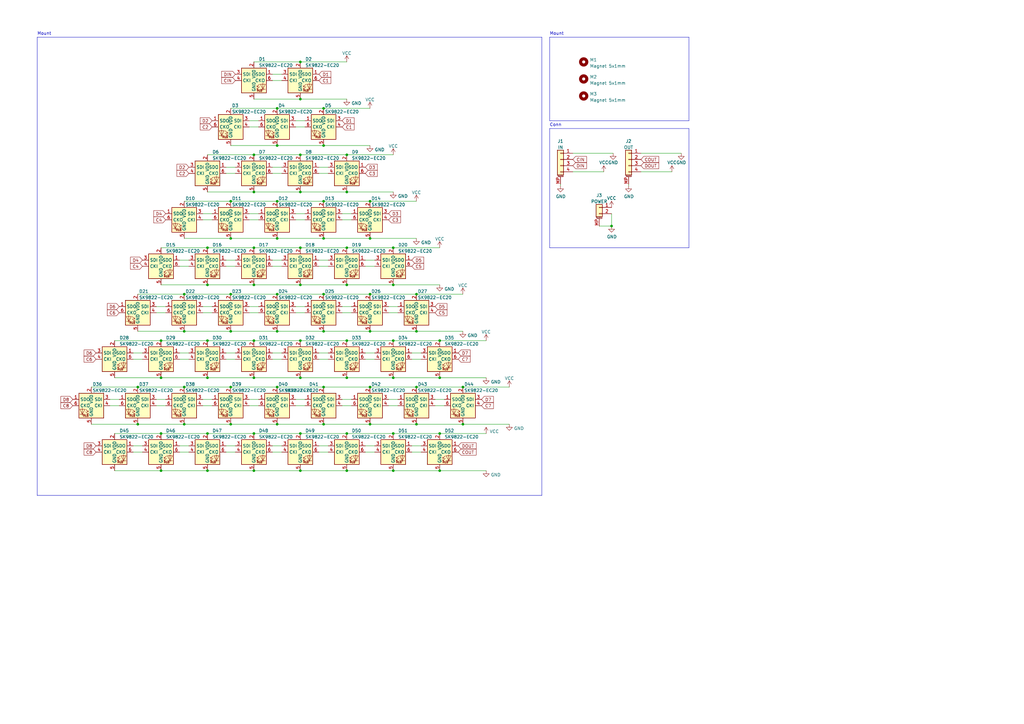
<source format=kicad_sch>
(kicad_sch (version 20211123) (generator eeschema)
  (paper "A3")
  (junction (at 104.14 78.74))
  (junction (at 113.665 158.75))
  (junction (at 94.615 97.79))
  (junction (at 132.715 44.45))
  (junction (at 85.09 177.8))
  (junction (at 142.24 139.7))
  (junction (at 94.615 82.55))
  (junction (at 75.565 135.89))
  (junction (at 151.765 158.75))
  (junction (at 104.14 101.6))
  (junction (at 132.715 173.99))
  (junction (at 132.715 82.55))
  (junction (at 132.715 97.79))
  (junction (at 170.815 135.89))
  (junction (at 94.615 120.65))
  (junction (at 161.29 177.8))
  (junction (at 66.04 193.04))
  (junction (at 123.19 193.04))
  (junction (at 132.715 158.75))
  (junction (at 142.24 101.6))
  (junction (at 104.14 63.5))
  (junction (at 104.14 193.04))
  (junction (at 123.19 116.84))
  (junction (at 113.665 120.65))
  (junction (at 104.14 116.84))
  (junction (at 142.24 63.5))
  (junction (at 132.715 59.69))
  (junction (at 151.765 82.55))
  (junction (at 250.825 92.71))
  (junction (at 161.29 116.84))
  (junction (at 66.04 177.8))
  (junction (at 113.665 44.45))
  (junction (at 85.09 154.94))
  (junction (at 85.09 193.04))
  (junction (at 56.515 173.99))
  (junction (at 85.09 139.7))
  (junction (at 113.665 82.55))
  (junction (at 132.715 120.65))
  (junction (at 151.765 97.79))
  (junction (at 104.14 177.8))
  (junction (at 180.34 139.7))
  (junction (at 161.29 101.6))
  (junction (at 94.615 173.99))
  (junction (at 104.14 139.7))
  (junction (at 132.715 135.89))
  (junction (at 142.24 116.84))
  (junction (at 85.09 101.6))
  (junction (at 113.665 97.79))
  (junction (at 94.615 158.75))
  (junction (at 66.04 154.94))
  (junction (at 142.24 193.04))
  (junction (at 113.665 173.99))
  (junction (at 113.665 59.69))
  (junction (at 123.19 40.64))
  (junction (at 94.615 135.89))
  (junction (at 151.765 135.89))
  (junction (at 189.865 173.99))
  (junction (at 123.19 139.7))
  (junction (at 142.24 154.94))
  (junction (at 170.815 173.99))
  (junction (at 161.29 193.04))
  (junction (at 66.04 139.7))
  (junction (at 180.34 177.8))
  (junction (at 123.19 78.74))
  (junction (at 151.765 173.99))
  (junction (at 75.565 158.75))
  (junction (at 170.815 158.75))
  (junction (at 85.09 116.84))
  (junction (at 56.515 158.75))
  (junction (at 142.24 177.8))
  (junction (at 123.19 177.8))
  (junction (at 170.815 120.65))
  (junction (at 75.565 173.99))
  (junction (at 151.765 120.65))
  (junction (at 123.19 25.4))
  (junction (at 123.19 154.94))
  (junction (at 161.29 154.94))
  (junction (at 104.14 154.94))
  (junction (at 142.24 78.74))
  (junction (at 189.865 158.75))
  (junction (at 113.665 135.89))
  (junction (at 123.19 101.6))
  (junction (at 161.29 139.7))
  (junction (at 75.565 120.65))
  (junction (at 180.34 154.94))
  (junction (at 123.19 63.5))
  (junction (at 180.34 193.04))
  (wire (pts (xy 111.76 106.68) (xy 115.57 106.68)))
  (wire (pts (xy 161.29 101.6) (xy 180.34 101.6)))
  (wire (pts (xy 104.14 177.8) (xy 123.19 177.8)))
  (wire (pts (xy 132.715 135.89) (xy 151.765 135.89)))
  (wire (pts (xy 159.385 166.37) (xy 163.195 166.37)))
  (wire (pts (xy 66.04 139.7) (xy 85.09 139.7)))
  (wire (pts (xy 113.665 82.55) (xy 132.715 82.55)))
  (wire (pts (xy 151.765 97.79) (xy 170.7906 97.79)))
  (wire (pts (xy 66.04 177.8) (xy 85.09 177.8)))
  (wire (pts (xy 46.99 139.7) (xy 66.04 139.7)))
  (wire (pts (xy 83.185 166.37) (xy 86.995 166.37)))
  (wire (pts (xy 189.865 173.99) (xy 208.8906 173.99)))
  (wire (pts (xy 92.71 182.88) (xy 96.52 182.88)))
  (wire (pts (xy 94.615 135.89) (xy 113.665 135.89)))
  (wire (pts (xy 111.76 144.78) (xy 115.57 144.78)))
  (wire (pts (xy 121.285 166.37) (xy 125.095 166.37)))
  (wire (pts (xy 121.285 87.63) (xy 125.095 87.63)))
  (wire (pts (xy 130.81 144.78) (xy 134.62 144.78)))
  (wire (pts (xy 132.715 97.79) (xy 151.765 97.79)))
  (wire (pts (xy 54.61 182.88) (xy 58.42 182.88)))
  (wire (pts (xy 149.86 109.22) (xy 153.67 109.22)))
  (wire (pts (xy 56.515 120.65) (xy 75.565 120.65)))
  (wire (pts (xy 132.715 158.75) (xy 151.765 158.75)))
  (wire (pts (xy 168.91 147.32) (xy 172.72 147.32)))
  (wire (pts (xy 113.665 120.65) (xy 132.715 120.65)))
  (wire (pts (xy 73.66 144.78) (xy 77.47 144.78)))
  (wire (pts (xy 151.765 82.55) (xy 170.7906 82.55)))
  (wire (pts (xy 178.435 166.37) (xy 182.245 166.37)))
  (wire (pts (xy 151.765 135.89) (xy 170.815 135.89)))
  (wire (pts (xy 180.34 177.8) (xy 199.39 177.8)))
  (wire (pts (xy 142.24 101.6) (xy 161.29 101.6)))
  (wire (pts (xy 75.565 158.75) (xy 94.615 158.75)))
  (wire (pts (xy 75.565 173.99) (xy 94.615 173.99)))
  (wire (pts (xy 85.09 154.94) (xy 104.14 154.94)))
  (wire (pts (xy 73.66 147.32) (xy 77.47 147.32)))
  (wire (pts (xy 140.335 128.27) (xy 144.145 128.27)))
  (wire (pts (xy 85.09 193.04) (xy 104.14 193.04)))
  (wire (pts (xy 92.71 71.12) (xy 96.52 71.12)))
  (wire (pts (xy 45.085 166.37) (xy 48.895 166.37)))
  (wire (pts (xy 104.14 40.64) (xy 123.19 40.64)))
  (wire (pts (xy 229.87 75.565) (xy 229.87 76.2)))
  (wire (pts (xy 83.185 163.83) (xy 86.995 163.83)))
  (wire (pts (xy 151.765 173.99) (xy 170.815 173.99)))
  (wire (pts (xy 113.665 158.75) (xy 132.715 158.75)))
  (wire (pts (xy 73.66 182.88) (xy 77.47 182.88)))
  (wire (pts (xy 54.61 144.78) (xy 58.42 144.78)))
  (wire (pts (xy 132.715 120.65) (xy 151.765 120.65)))
  (wire (pts (xy 54.61 147.32) (xy 58.42 147.32)))
  (polyline (pts (xy 225.425 101.6) (xy 282.575 101.6)) (stroke (width 0) (type solid)))
  (wire (pts (xy 149.86 144.78) (xy 153.67 144.78)))
  (wire (pts (xy 111.76 147.32) (xy 115.57 147.32)))
  (wire (pts (xy 85.09 139.7) (xy 104.14 139.7)))
  (wire (pts (xy 94.615 158.75) (xy 113.665 158.75)))
  (wire (pts (xy 123.19 116.84) (xy 142.24 116.84)))
  (wire (pts (xy 73.66 185.42) (xy 77.47 185.42)))
  (wire (pts (xy 130.81 106.68) (xy 134.62 106.68)))
  (polyline (pts (xy 282.575 49.53) (xy 282.575 15.24)) (stroke (width 0) (type solid)))
  (wire (pts (xy 245.745 92.71) (xy 250.825 92.71)))
  (wire (pts (xy 170.815 120.65) (xy 189.8406 120.65)))
  (wire (pts (xy 92.71 109.22) (xy 96.52 109.22)))
  (wire (pts (xy 149.86 147.32) (xy 153.67 147.32)))
  (wire (pts (xy 123.19 78.74) (xy 142.24 78.74)))
  (wire (pts (xy 123.19 40.64) (xy 142.24 40.64)))
  (wire (pts (xy 111.76 33.02) (xy 115.57 33.02)))
  (wire (pts (xy 149.86 182.88) (xy 153.67 182.88)))
  (wire (pts (xy 142.24 116.84) (xy 161.29 116.84)))
  (wire (pts (xy 102.235 49.53) (xy 106.045 49.53)))
  (wire (pts (xy 142.24 63.5) (xy 161.29 63.5)))
  (wire (pts (xy 102.235 90.17) (xy 106.045 90.17)))
  (wire (pts (xy 83.185 90.17) (xy 86.995 90.17)))
  (wire (pts (xy 104.14 154.94) (xy 123.19 154.94)))
  (wire (pts (xy 92.71 185.42) (xy 96.52 185.42)))
  (wire (pts (xy 121.285 49.53) (xy 125.095 49.53)))
  (wire (pts (xy 113.665 97.79) (xy 132.715 97.79)))
  (wire (pts (xy 170.815 135.89) (xy 189.8406 135.89)))
  (wire (pts (xy 94.615 59.69) (xy 113.665 59.69)))
  (wire (pts (xy 130.81 68.58) (xy 134.62 68.58)))
  (wire (pts (xy 140.335 163.83) (xy 144.145 163.83)))
  (polyline (pts (xy 225.425 52.705) (xy 282.575 52.705)) (stroke (width 0) (type solid)))
  (polyline (pts (xy 225.425 52.705) (xy 225.425 101.6)) (stroke (width 0) (type solid)))
  (wire (pts (xy 111.76 71.12) (xy 115.57 71.12)))
  (wire (pts (xy 247.65 70.485) (xy 234.95 70.485)))
  (wire (pts (xy 142.24 78.74) (xy 161.29 78.74)))
  (wire (pts (xy 140.335 90.17) (xy 144.145 90.17)))
  (wire (pts (xy 111.76 68.58) (xy 115.57 68.58)))
  (wire (pts (xy 94.615 173.99) (xy 113.665 173.99)))
  (wire (pts (xy 121.285 128.27) (xy 125.095 128.27)))
  (wire (pts (xy 180.34 193.04) (xy 199.39 193.04)))
  (wire (pts (xy 66.04 101.6) (xy 85.09 101.6)))
  (wire (pts (xy 149.86 106.68) (xy 153.67 106.68)))
  (wire (pts (xy 94.615 97.79) (xy 113.665 97.79)))
  (wire (pts (xy 73.66 109.22) (xy 77.47 109.22)))
  (wire (pts (xy 104.14 63.5) (xy 123.19 63.5)))
  (wire (pts (xy 140.335 125.73) (xy 144.145 125.73)))
  (wire (pts (xy 37.465 158.75) (xy 56.515 158.75)))
  (wire (pts (xy 113.665 44.45) (xy 132.715 44.45)))
  (wire (pts (xy 142.24 177.8) (xy 161.29 177.8)))
  (wire (pts (xy 56.515 173.99) (xy 75.565 173.99)))
  (wire (pts (xy 132.715 59.69) (xy 151.7406 59.69)))
  (wire (pts (xy 130.81 109.22) (xy 134.62 109.22)))
  (wire (pts (xy 54.61 185.42) (xy 58.42 185.42)))
  (wire (pts (xy 46.99 177.8) (xy 66.04 177.8)))
  (wire (pts (xy 123.19 154.94) (xy 142.24 154.94)))
  (wire (pts (xy 234.95 62.865) (xy 251.46 62.865)))
  (wire (pts (xy 85.09 116.84) (xy 104.14 116.84)))
  (wire (pts (xy 130.81 147.32) (xy 134.62 147.32)))
  (wire (pts (xy 94.615 82.55) (xy 113.665 82.55)))
  (wire (pts (xy 161.29 193.04) (xy 180.34 193.04)))
  (polyline (pts (xy 222.25 203.2) (xy 222.25 15.24)) (stroke (width 0) (type solid)))
  (wire (pts (xy 142.24 193.04) (xy 161.29 193.04)))
  (polyline (pts (xy 225.425 49.53) (xy 282.575 49.53)) (stroke (width 0) (type solid)))
  (wire (pts (xy 151.765 120.65) (xy 170.815 120.65)))
  (wire (pts (xy 121.285 163.83) (xy 125.095 163.83)))
  (polyline (pts (xy 15.24 15.24) (xy 15.24 203.2)) (stroke (width 0) (type solid)))
  (wire (pts (xy 102.235 163.83) (xy 106.045 163.83)))
  (wire (pts (xy 37.465 173.99) (xy 56.515 173.99)))
  (wire (pts (xy 168.91 182.88) (xy 172.72 182.88)))
  (polyline (pts (xy 225.425 15.24) (xy 225.425 49.53)) (stroke (width 0) (type solid)))
  (wire (pts (xy 83.185 87.63) (xy 86.995 87.63)))
  (wire (pts (xy 85.09 63.5) (xy 104.14 63.5)))
  (wire (pts (xy 161.29 139.7) (xy 180.34 139.7)))
  (wire (pts (xy 159.385 125.73) (xy 163.195 125.73)))
  (wire (pts (xy 45.085 163.83) (xy 48.895 163.83)))
  (wire (pts (xy 161.29 154.94) (xy 180.34 154.94)))
  (wire (pts (xy 113.665 59.69) (xy 132.715 59.69)))
  (wire (pts (xy 178.435 163.83) (xy 182.245 163.83)))
  (wire (pts (xy 257.81 75.565) (xy 257.81 76.2)))
  (wire (pts (xy 64.135 125.73) (xy 67.945 125.73)))
  (wire (pts (xy 123.19 139.7) (xy 142.24 139.7)))
  (wire (pts (xy 168.91 144.78) (xy 172.72 144.78)))
  (wire (pts (xy 56.515 135.89) (xy 75.565 135.89)))
  (wire (pts (xy 111.76 185.42) (xy 115.57 185.42)))
  (polyline (pts (xy 15.24 203.2) (xy 222.25 203.2)) (stroke (width 0) (type solid)))
  (wire (pts (xy 170.815 158.75) (xy 189.865 158.75)))
  (wire (pts (xy 83.185 128.27) (xy 86.995 128.27)))
  (wire (pts (xy 161.29 177.8) (xy 180.34 177.8)))
  (wire (pts (xy 180.34 154.94) (xy 199.39 154.94)))
  (wire (pts (xy 92.71 68.58) (xy 96.52 68.58)))
  (wire (pts (xy 102.235 87.63) (xy 106.045 87.63)))
  (wire (pts (xy 111.76 30.48) (xy 115.57 30.48)))
  (wire (pts (xy 64.135 163.83) (xy 67.945 163.83)))
  (wire (pts (xy 121.285 125.73) (xy 125.095 125.73)))
  (wire (pts (xy 189.865 158.75) (xy 208.915 158.75)))
  (wire (pts (xy 92.71 106.68) (xy 96.52 106.68)))
  (wire (pts (xy 104.14 139.7) (xy 123.19 139.7)))
  (wire (pts (xy 142.24 154.94) (xy 161.29 154.94)))
  (wire (pts (xy 161.29 116.84) (xy 180.34 116.84)))
  (polyline (pts (xy 282.575 101.6) (xy 282.575 52.705)) (stroke (width 0) (type solid)))
  (wire (pts (xy 168.91 185.42) (xy 172.72 185.42)))
  (wire (pts (xy 92.71 144.78) (xy 96.52 144.78)))
  (wire (pts (xy 85.09 101.6) (xy 104.14 101.6)))
  (wire (pts (xy 123.19 25.4) (xy 142.24 25.4)))
  (wire (pts (xy 104.14 25.4) (xy 123.19 25.4)))
  (wire (pts (xy 56.515 158.75) (xy 75.565 158.75)))
  (wire (pts (xy 104.14 193.04) (xy 123.19 193.04)))
  (wire (pts (xy 85.09 177.8) (xy 104.14 177.8)))
  (wire (pts (xy 66.04 116.84) (xy 85.09 116.84)))
  (wire (pts (xy 123.19 177.8) (xy 142.24 177.8)))
  (wire (pts (xy 123.19 101.6) (xy 142.24 101.6)))
  (wire (pts (xy 140.335 166.37) (xy 144.145 166.37)))
  (wire (pts (xy 102.235 128.27) (xy 106.045 128.27)))
  (wire (pts (xy 64.135 166.37) (xy 67.945 166.37)))
  (wire (pts (xy 111.76 109.22) (xy 115.57 109.22)))
  (wire (pts (xy 111.76 182.88) (xy 115.57 182.88)))
  (wire (pts (xy 123.19 193.04) (xy 142.24 193.04)))
  (wire (pts (xy 85.09 78.74) (xy 104.14 78.74)))
  (wire (pts (xy 262.89 62.865) (xy 279.4 62.865)))
  (wire (pts (xy 102.235 166.37) (xy 106.045 166.37)))
  (wire (pts (xy 104.14 116.84) (xy 123.19 116.84)))
  (wire (pts (xy 66.04 154.94) (xy 85.09 154.94)))
  (wire (pts (xy 121.285 90.17) (xy 125.095 90.17)))
  (wire (pts (xy 123.19 63.5) (xy 142.24 63.5)))
  (wire (pts (xy 159.385 128.27) (xy 163.195 128.27)))
  (wire (pts (xy 92.71 147.32) (xy 96.52 147.32)))
  (wire (pts (xy 132.715 173.99) (xy 151.765 173.99)))
  (wire (pts (xy 275.59 70.485) (xy 262.89 70.485)))
  (wire (pts (xy 130.81 185.42) (xy 134.62 185.42)))
  (wire (pts (xy 121.285 52.07) (xy 125.095 52.07)))
  (wire (pts (xy 130.81 71.12) (xy 134.62 71.12)))
  (wire (pts (xy 113.665 173.99) (xy 132.715 173.99)))
  (wire (pts (xy 94.615 120.65) (xy 113.665 120.65)))
  (wire (pts (xy 73.66 106.68) (xy 77.47 106.68)))
  (wire (pts (xy 104.14 101.6) (xy 123.19 101.6)))
  (wire (pts (xy 83.185 125.73) (xy 86.995 125.73)))
  (wire (pts (xy 113.665 135.89) (xy 132.715 135.89)))
  (wire (pts (xy 102.235 125.73) (xy 106.045 125.73)))
  (wire (pts (xy 66.04 193.04) (xy 85.09 193.04)))
  (wire (pts (xy 142.24 139.7) (xy 161.29 139.7)))
  (wire (pts (xy 132.715 82.55) (xy 151.765 82.55)))
  (wire (pts (xy 46.99 193.04) (xy 66.04 193.04)))
  (wire (pts (xy 159.385 163.83) (xy 163.195 163.83)))
  (wire (pts (xy 64.135 128.27) (xy 67.945 128.27)))
  (wire (pts (xy 170.815 173.99) (xy 189.865 173.99)))
  (wire (pts (xy 102.235 52.07) (xy 106.045 52.07)))
  (wire (pts (xy 75.565 97.79) (xy 94.615 97.79)))
  (wire (pts (xy 140.335 87.63) (xy 144.145 87.63)))
  (wire (pts (xy 180.34 139.7) (xy 199.39 139.7)))
  (polyline (pts (xy 15.24 15.24) (xy 222.25 15.24)) (stroke (width 0) (type solid)))
  (wire (pts (xy 104.14 78.74) (xy 123.19 78.74)))
  (wire (pts (xy 75.565 120.65) (xy 94.615 120.65)))
  (wire (pts (xy 94.615 44.45) (xy 113.665 44.45)))
  (wire (pts (xy 75.565 82.55) (xy 94.615 82.55)))
  (wire (pts (xy 132.715 44.45) (xy 151.7406 44.45)))
  (wire (pts (xy 46.99 154.94) (xy 66.04 154.94)))
  (wire (pts (xy 250.825 92.71) (xy 250.825 87.63)))
  (wire (pts (xy 130.81 182.88) (xy 134.62 182.88)))
  (polyline (pts (xy 225.425 15.24) (xy 282.575 15.24)) (stroke (width 0) (type solid)))
  (wire (pts (xy 151.765 158.75) (xy 170.815 158.75)))
  (wire (pts (xy 75.565 135.89) (xy 94.615 135.89)))
  (wire (pts (xy 149.86 185.42) (xy 153.67 185.42)))
  (text "Mount" (at 225.425 14.605 0) (effects (font (size 1.27 1.27)) (justify left bottom)))
  (text "Conn" (at 225.425 52.07 0) (effects (font (size 1.27 1.27)) (justify left bottom)))
  (text "Mount" (at 15.24 14.605 0) (effects (font (size 1.27 1.27)) (justify left bottom)))
  (global_label "C7" (shape input) (at 197.485 166.37 0) (property "Intersheet References" "${INTERSHEET_REFS}" (effects hide)))
  (global_label "C4" (shape input) (at 58.42 109.22 180) (property "Intersheet References" "${INTERSHEET_REFS}" (effects hide)))
  (global_label "COUT" (shape input) (at 262.89 65.405 0) (property "Intersheet References" "${INTERSHEET_REFS}" (effects hide)))
  (global_label "D3" (shape input) (at 149.86 68.58 0) (property "Intersheet References" "${INTERSHEET_REFS}" (effects hide)))
  (global_label "C5" (shape input) (at 168.91 109.22 0) (property "Intersheet References" "${INTERSHEET_REFS}" (effects hide)))
  (global_label "D6" (shape input) (at 48.895 125.73 180) (property "Intersheet References" "${INTERSHEET_REFS}" (effects hide)))
  (global_label "D8" (shape input) (at 29.845 163.83 180) (property "Intersheet References" "${INTERSHEET_REFS}" (effects hide)))
  (global_label "DIN" (shape input) (at 96.52 30.48 180) (property "Intersheet References" "${INTERSHEET_REFS}" (effects hide)))
  (global_label "D7" (shape input) (at 197.485 163.83 0) (property "Intersheet References" "${INTERSHEET_REFS}" (effects hide)))
  (global_label "C1" (shape input) (at 130.81 33.02 0) (property "Intersheet References" "${INTERSHEET_REFS}" (effects hide)))
  (global_label "D7" (shape input) (at 187.96 144.78 0) (property "Intersheet References" "${INTERSHEET_REFS}" (effects hide)))
  (global_label "C5" (shape input) (at 178.435 128.27 0) (property "Intersheet References" "${INTERSHEET_REFS}" (effects hide)))
  (global_label "C3" (shape input) (at 149.86 71.12 0) (property "Intersheet References" "${INTERSHEET_REFS}" (effects hide)))
  (global_label "DOUT" (shape input) (at 262.89 67.945 0) (property "Intersheet References" "${INTERSHEET_REFS}" (effects hide)))
  (global_label "D8" (shape input) (at 39.37 182.88 180) (property "Intersheet References" "${INTERSHEET_REFS}" (effects hide)))
  (global_label "C2" (shape input) (at 77.47 71.12 180) (property "Intersheet References" "${INTERSHEET_REFS}" (effects hide)))
  (global_label "D6" (shape input) (at 39.37 144.78 180) (property "Intersheet References" "${INTERSHEET_REFS}" (effects hide)))
  (global_label "D2" (shape input) (at 86.995 49.53 180) (property "Intersheet References" "${INTERSHEET_REFS}" (effects hide)))
  (global_label "CIN" (shape input) (at 96.52 33.02 180) (property "Intersheet References" "${INTERSHEET_REFS}" (effects hide)))
  (global_label "C3" (shape input) (at 159.385 90.17 0) (property "Intersheet References" "${INTERSHEET_REFS}" (effects hide)))
  (global_label "CIN" (shape input) (at 234.95 65.405 0) (property "Intersheet References" "${INTERSHEET_REFS}" (effects hide)))
  (global_label "C8" (shape input) (at 39.37 185.42 180) (property "Intersheet References" "${INTERSHEET_REFS}" (effects hide)))
  (global_label "COUT" (shape input) (at 187.96 185.42 0) (property "Intersheet References" "${INTERSHEET_REFS}" (effects hide)))
  (global_label "C1" (shape input) (at 140.335 52.07 0) (property "Intersheet References" "${INTERSHEET_REFS}" (effects hide)))
  (global_label "D5" (shape input) (at 178.435 125.73 0) (property "Intersheet References" "${INTERSHEET_REFS}" (effects hide)))
  (global_label "D3" (shape input) (at 159.385 87.63 0) (property "Intersheet References" "${INTERSHEET_REFS}" (effects hide)))
  (global_label "C6" (shape input) (at 48.895 128.27 180) (property "Intersheet References" "${INTERSHEET_REFS}" (effects hide)))
  (global_label "D5" (shape input) (at 168.91 106.68 0) (property "Intersheet References" "${INTERSHEET_REFS}" (effects hide)))
  (global_label "D2" (shape input) (at 77.47 68.58 180) (property "Intersheet References" "${INTERSHEET_REFS}" (effects hide)))
  (global_label "D1" (shape input) (at 130.81 30.48 0) (property "Intersheet References" "${INTERSHEET_REFS}" (effects hide)))
  (global_label "C2" (shape input) (at 86.995 52.07 180) (property "Intersheet References" "${INTERSHEET_REFS}" (effects hide)))
  (global_label "D4" (shape input) (at 67.945 87.63 180) (property "Intersheet References" "${INTERSHEET_REFS}" (effects hide)))
  (global_label "DIN" (shape input) (at 234.95 67.945 0) (property "Intersheet References" "${INTERSHEET_REFS}" (effects hide)))
  (global_label "C8" (shape input) (at 29.845 166.37 180) (property "Intersheet References" "${INTERSHEET_REFS}" (effects hide)))
  (global_label "C6" (shape input) (at 39.37 147.32 180) (property "Intersheet References" "${INTERSHEET_REFS}" (effects hide)))
  (global_label "D4" (shape input) (at 58.42 106.68 180) (property "Intersheet References" "${INTERSHEET_REFS}" (effects hide)))
  (global_label "C4" (shape input) (at 67.945 90.17 180) (property "Intersheet References" "${INTERSHEET_REFS}" (effects hide)))
  (global_label "C7" (shape input) (at 187.96 147.32 0) (property "Intersheet References" "${INTERSHEET_REFS}" (effects hide)))
  (global_label "D1" (shape input) (at 140.335 49.53 0) (property "Intersheet References" "${INTERSHEET_REFS}" (effects hide)))
  (global_label "DOUT" (shape input) (at 187.96 182.88 0) (property "Intersheet References" "${INTERSHEET_REFS}" (effects hide)))
  (symbol (lib_id "power:GND") (at 250.825 92.71 0) (unit 1)
    (property "Reference" "#PWR0124" (effects hide))
    (property "Value" "GND" (at 250.952 97.1042 0))
  )
  (symbol (lib_name "SK9822-EC20_18") (lib_id "custom:SK9822-EC20") (at 180.34 184.15 0) (unit 1)
    (property "Reference" "D52" (at 182.3594 176.6402 0) (effects (justify left)))
    (property "Value" "SK9822-EC20" (at 182.3594 179.1771 0) (effects (justify left)))
    (property "Footprint" "custom:sk9822-2020" (effects hide))
  )
  (symbol (lib_name "SK9822-EC20_26") (lib_id "custom:SK9822-EC20") (at 85.09 184.15 0) (unit 1)
    (property "Reference" "D47" (at 87.1094 176.6402 0) (effects (justify left)))
    (property "Value" "SK9822-EC20" (at 87.1094 179.1771 0) (effects (justify left)))
    (property "Footprint" "custom:sk9822-2020" (effects hide))
  )
  (symbol (lib_id "power:GND") (at 199.39 193.04 0) (unit 1)
    (property "Reference" "#PWR0107" (effects hide))
    (property "Value" "GND" (at 201.295 194.7438 0) (effects (justify left)))
  )
  (symbol (lib_id "power:VCC") (at 199.39 177.8 0) (unit 1)
    (property "Reference" "#PWR0108" (effects hide))
    (property "Value" "VCC" (at 200.787 176.9638 0) (effects (justify left)))
  )
  (symbol (lib_id "power:VCC") (at 142.24 25.4 0) (unit 1)
    (property "Reference" "#PWR0112" (effects hide))
    (property "Value" "VCC" (at 142.24 21.8242 0))
  )
  (symbol (lib_name "SK9822-EC20_45") (lib_id "custom:SK9822-EC20") (at 94.615 50.8 0) (mirror y) (unit 1)
    (property "Reference" "D3" (at 95.1356 43.2902 0) (effects (justify right)))
    (property "Value" "SK9822-EC20" (at 95.1356 45.8271 0) (effects (justify right)))
    (property "Footprint" "custom:sk9822-2020" (effects hide))
  )
  (symbol (lib_id "power:VCC") (at 208.915 158.75 0) (unit 1)
    (property "Reference" "#PWR0111" (effects hide))
    (property "Value" "VCC" (at 208.915 155.1742 0))
  )
  (symbol (lib_name "SK9822-EC20_21") (lib_id "custom:SK9822-EC20") (at 142.24 184.15 0) (unit 1)
    (property "Reference" "D50" (at 144.2594 176.6402 0) (effects (justify left)))
    (property "Value" "SK9822-EC20" (at 144.2594 179.1771 0) (effects (justify left)))
    (property "Footprint" "custom:sk9822-2020" (effects hide))
  )
  (symbol (lib_name "SK9822-EC20_9") (lib_id "custom:SK9822-EC20") (at 123.19 146.05 0) (unit 1)
    (property "Reference" "D32" (at 125.2094 138.5402 0) (effects (justify left)))
    (property "Value" "SK9822-EC20" (at 125.2094 141.0771 0) (effects (justify left)))
    (property "Footprint" "custom:sk9822-2020" (effects hide))
  )
  (symbol (lib_name "SK9822-EC20_40") (lib_id "custom:SK9822-EC20") (at 113.665 50.8 0) (mirror y) (unit 1)
    (property "Reference" "D4" (at 114.1856 43.2902 0) (effects (justify right)))
    (property "Value" "SK9822-EC20" (at 114.1856 45.8271 0) (effects (justify right)))
    (property "Footprint" "custom:sk9822-2020" (effects hide))
  )
  (symbol (lib_name "SK9822-EC20_42") (lib_id "custom:SK9822-EC20") (at 104.14 31.75 0) (unit 1)
    (property "Reference" "D1" (at 106.1594 24.2402 0) (effects (justify left)))
    (property "Value" "SK9822-EC20" (at 106.1594 26.7771 0) (effects (justify left)))
    (property "Footprint" "custom:sk9822-2020" (effects hide))
  )
  (symbol (lib_name "SK9822-EC20_31") (lib_id "custom:SK9822-EC20") (at 94.615 88.9 0) (mirror y) (unit 1)
    (property "Reference" "D11" (at 95.1356 81.3902 0) (effects (justify right)))
    (property "Value" "SK9822-EC20" (at 95.1356 83.9271 0) (effects (justify right)))
    (property "Footprint" "custom:sk9822-2020" (effects hide))
  )
  (symbol (lib_id "power:VCC") (at 247.65 70.485 0) (unit 1)
    (property "Reference" "#PWR0123" (effects hide))
    (property "Value" "VCC" (at 247.65 66.675 0))
  )
  (symbol (lib_id "Connector_Generic_MountingPin:Conn_01x02_MountingPin") (at 245.745 85.09 0) (mirror y) (unit 1)
    (property "Reference" "J3" (at 245.745 80.1202 0))
    (property "Value" "POWER" (at 245.745 82.6571 0))
    (property "Footprint" "Connector_JST:JST_SH_SM02B-SRSS-TB_1x02-1MP_P1.00mm_Horizontal" (effects hide))
  )
  (symbol (lib_id "Mechanical:MountingHole") (at 239.395 32.385 0) (unit 1)
    (property "Reference" "M2" (at 241.935 31.5503 0) (effects (justify left)))
    (property "Value" "Magnet 5x1mm" (at 241.935 34.0872 0) (effects (justify left)))
    (property "Footprint" "custom:Magnet_D5mm_L2mm" (effects hide))
  )
  (symbol (lib_name "SK9822-EC20_15") (lib_id "custom:SK9822-EC20") (at 113.665 165.1 0) (mirror y) (unit 1)
    (property "Reference" "D40" (at 114.1856 157.5902 0) (effects (justify right)))
    (property "Value" "SK9822-EC20" (at 114.1856 160.1271 0) (effects (justify right)))
    (property "Footprint" "custom:sk9822-2020" (effects hide))
  )
  (symbol (lib_name "SK9822-EC20_8") (lib_id "custom:SK9822-EC20") (at 66.04 146.05 0) (unit 1)
    (property "Reference" "D29" (at 68.0594 138.5402 0) (effects (justify left)))
    (property "Value" "SK9822-EC20" (at 68.0594 141.0771 0) (effects (justify left)))
    (property "Footprint" "custom:sk9822-2020" (effects hide))
  )
  (symbol (lib_name "SK9822-EC20_50") (lib_id "custom:SK9822-EC20") (at 151.765 127 0) (mirror y) (unit 1)
    (property "Reference" "D26" (at 152.2856 119.4902 0) (effects (justify right)))
    (property "Value" "SK9822-EC20" (at 152.2856 122.0271 0) (effects (justify right)))
    (property "Footprint" "custom:sk9822-2020" (effects hide))
  )
  (symbol (lib_name "SK9822-EC20_16") (lib_id "custom:SK9822-EC20") (at 104.14 184.15 0) (unit 1)
    (property "Reference" "D48" (at 106.1594 176.6402 0) (effects (justify left)))
    (property "Value" "SK9822-EC20" (at 106.1594 179.1771 0) (effects (justify left)))
    (property "Footprint" "custom:sk9822-2020" (effects hide))
  )
  (symbol (lib_id "Connector_Generic_MountingPin:Conn_01x04_MountingPin") (at 229.87 65.405 0) (mirror y) (unit 1)
    (property "Reference" "J1" (at 229.87 57.8952 0))
    (property "Value" "IN" (at 229.87 60.4321 0))
    (property "Footprint" "Connector_JST:JST_SH_SM04B-SRSS-TB_1x04-1MP_P1.00mm_Horizontal" (effects hide))
  )
  (symbol (lib_name "SK9822-EC20_4") (lib_id "custom:SK9822-EC20") (at 56.515 165.1 0) (mirror y) (unit 1)
    (property "Reference" "D37" (at 57.0356 157.5902 0) (effects (justify right)))
    (property "Value" "SK9822-EC20" (at 57.0356 160.1271 0) (effects (justify right)))
    (property "Footprint" "custom:sk9822-2020" (effects hide))
  )
  (symbol (lib_name "SK9822-EC20_5") (lib_id "custom:SK9822-EC20") (at 94.615 165.1 0) (mirror y) (unit 1)
    (property "Reference" "D39" (at 95.1356 157.5902 0) (effects (justify right)))
    (property "Value" "SK9822-EC20" (at 95.1356 160.1271 0) (effects (justify right)))
    (property "Footprint" "custom:sk9822-2020" (effects hide))
  )
  (symbol (lib_id "power:GND") (at 208.8906 173.99 0) (unit 1)
    (property "Reference" "#PWR0109" (effects hide))
    (property "Value" "GND" (at 210.7956 175.6938 0) (effects (justify left)))
  )
  (symbol (lib_id "Connector_Generic_MountingPin:Conn_01x04_MountingPin") (at 257.81 65.405 0) (mirror y) (unit 1)
    (property "Reference" "J2" (at 257.81 57.8952 0))
    (property "Value" "OUT" (at 257.81 60.4321 0))
    (property "Footprint" "Connector_JST:JST_SH_SM04B-SRSS-TB_1x04-1MP_P1.00mm_Horizontal" (effects hide))
  )
  (symbol (lib_name "SK9822-EC20_3") (lib_id "custom:SK9822-EC20") (at 75.565 165.1 0) (mirror y) (unit 1)
    (property "Reference" "D38" (at 76.0856 157.5902 0) (effects (justify right)))
    (property "Value" "SK9822-EC20" (at 76.0856 160.1271 0) (effects (justify right)))
    (property "Footprint" "custom:sk9822-2020" (effects hide))
  )
  (symbol (lib_name "SK9822-EC20_46") (lib_id "custom:SK9822-EC20") (at 132.715 88.9 0) (mirror y) (unit 1)
    (property "Reference" "D13" (at 133.2356 81.3902 0) (effects (justify right)))
    (property "Value" "SK9822-EC20" (at 133.2356 83.9271 0) (effects (justify right)))
    (property "Footprint" "custom:sk9822-2020" (effects hide))
  )
  (symbol (lib_id "power:GND") (at 161.29 78.74 0) (unit 1)
    (property "Reference" "#PWR0118" (effects hide))
    (property "Value" "GND" (at 163.195 80.4438 0) (effects (justify left)))
  )
  (symbol (lib_id "power:VCC") (at 275.59 70.485 0) (unit 1)
    (property "Reference" "#PWR0125" (effects hide))
    (property "Value" "VCC" (at 275.59 66.675 0))
  )
  (symbol (lib_name "SK9822-EC20_48") (lib_id "custom:SK9822-EC20") (at 132.715 127 0) (mirror y) (unit 1)
    (property "Reference" "D25" (at 133.2356 119.4902 0) (effects (justify right)))
    (property "Value" "SK9822-EC20" (at 133.2356 122.0271 0) (effects (justify right)))
    (property "Footprint" "custom:sk9822-2020" (effects hide))
  )
  (symbol (lib_name "SK9822-EC20_38") (lib_id "custom:SK9822-EC20") (at 104.14 69.85 0) (unit 1)
    (property "Reference" "D7" (at 106.1594 62.3402 0) (effects (justify left)))
    (property "Value" "SK9822-EC20" (at 106.1594 64.8771 0) (effects (justify left)))
    (property "Footprint" "custom:sk9822-2020" (effects hide))
  )
  (symbol (lib_name "SK9822-EC20_11") (lib_id "custom:SK9822-EC20") (at 161.29 107.95 0) (unit 1)
    (property "Reference" "D20" (at 163.3094 100.4402 0) (effects (justify left)))
    (property "Value" "SK9822-EC20" (at 163.3094 102.9771 0) (effects (justify left)))
    (property "Footprint" "custom:sk9822-2020" (effects hide))
  )
  (symbol (lib_name "SK9822-EC20_35") (lib_id "custom:SK9822-EC20") (at 94.615 127 0) (mirror y) (unit 1)
    (property "Reference" "D23" (at 95.1356 119.4902 0) (effects (justify right)))
    (property "Value" "SK9822-EC20" (at 95.1356 122.0271 0) (effects (justify right)))
    (property "Footprint" "custom:sk9822-2020" (effects hide))
  )
  (symbol (lib_name "SK9822-EC20_10") (lib_id "custom:SK9822-EC20") (at 142.24 146.05 0) (unit 1)
    (property "Reference" "D33" (at 144.2594 138.5402 0) (effects (justify left)))
    (property "Value" "SK9822-EC20" (at 144.2594 141.0771 0) (effects (justify left)))
    (property "Footprint" "custom:sk9822-2020" (effects hide))
  )
  (symbol (lib_name "SK9822-EC20_22") (lib_id "custom:SK9822-EC20") (at 151.765 165.1 0) (mirror y) (unit 1)
    (property "Reference" "D42" (at 152.2856 157.5902 0) (effects (justify right)))
    (property "Value" "SK9822-EC20" (at 152.2856 160.1271 0) (effects (justify right)))
    (property "Footprint" "custom:sk9822-2020" (effects hide))
  )
  (symbol (lib_id "power:VCC") (at 161.29 63.5 0) (unit 1)
    (property "Reference" "#PWR0115" (effects hide))
    (property "Value" "VCC" (at 161.29 59.9242 0))
  )
  (symbol (lib_name "SK9822-EC20_47") (lib_id "custom:SK9822-EC20") (at 142.24 69.85 0) (unit 1)
    (property "Reference" "D9" (at 144.2594 62.3402 0) (effects (justify left)))
    (property "Value" "SK9822-EC20" (at 144.2594 64.8771 0) (effects (justify left)))
    (property "Footprint" "custom:sk9822-2020" (effects hide))
  )
  (symbol (lib_id "power:VCC") (at 199.39 139.7 0) (unit 1)
    (property "Reference" "#PWR0103" (effects hide))
    (property "Value" "VCC" (at 199.39 136.1242 0))
  )
  (symbol (lib_name "SK9822-EC20_20") (lib_id "custom:SK9822-EC20") (at 161.29 184.15 0) (unit 1)
    (property "Reference" "D51" (at 163.3094 176.6402 0) (effects (justify left)))
    (property "Value" "SK9822-EC20" (at 163.3094 179.1771 0) (effects (justify left)))
    (property "Footprint" "custom:sk9822-2020" (effects hide))
  )
  (symbol (lib_name "SK9822-EC20_28") (lib_id "custom:SK9822-EC20") (at 75.565 88.9 0) (mirror y) (unit 1)
    (property "Reference" "D10" (at 76.0856 81.3902 0) (effects (justify right)))
    (property "Value" "SK9822-EC20" (at 76.0856 83.9271 0) (effects (justify right)))
    (property "Footprint" "custom:sk9822-2020" (effects hide))
  )
  (symbol (lib_id "power:GND") (at 189.8406 135.89 0) (unit 1)
    (property "Reference" "#PWR0104" (effects hide))
    (property "Value" "GND" (at 191.7456 137.5938 0) (effects (justify left)))
  )
  (symbol (lib_name "SK9822-EC20_17") (lib_id "custom:SK9822-EC20") (at 123.19 184.15 0) (unit 1)
    (property "Reference" "D49" (at 125.2094 176.6402 0) (effects (justify left)))
    (property "Value" "SK9822-EC20" (at 125.2094 179.1771 0) (effects (justify left)))
    (property "Footprint" "custom:sk9822-2020" (effects hide))
  )
  (symbol (lib_name "SK9822-EC20_25") (lib_id "custom:SK9822-EC20") (at 46.99 184.15 0) (unit 1)
    (property "Reference" "D45" (at 49.0094 176.6402 0) (effects (justify left)))
    (property "Value" "SK9822-EC20" (at 49.0094 179.1771 0) (effects (justify left)))
    (property "Footprint" "custom:sk9822-2020" (effects hide))
  )
  (symbol (lib_name "SK9822-EC20_33") (lib_id "custom:SK9822-EC20") (at 56.515 127 0) (mirror y) (unit 1)
    (property "Reference" "D21" (at 57.0356 119.4902 0) (effects (justify right)))
    (property "Value" "SK9822-EC20" (at 57.0356 122.0271 0) (effects (justify right)))
    (property "Footprint" "custom:sk9822-2020" (effects hide))
  )
  (symbol (lib_name "SK9822-EC20_2") (lib_id "custom:SK9822-EC20") (at 85.09 146.05 0) (unit 1)
    (property "Reference" "D30" (at 87.1094 138.5402 0) (effects (justify left)))
    (property "Value" "SK9822-EC20" (at 87.1094 141.0771 0) (effects (justify left)))
    (property "Footprint" "custom:sk9822-2020" (effects hide))
  )
  (symbol (lib_name "SK9822-EC20_34") (lib_id "custom:SK9822-EC20") (at 75.565 127 0) (mirror y) (unit 1)
    (property "Reference" "D22" (at 76.0856 119.4902 0) (effects (justify right)))
    (property "Value" "SK9822-EC20" (at 76.0856 122.0271 0) (effects (justify right)))
    (property "Footprint" "custom:sk9822-2020" (effects hide))
  )
  (symbol (lib_name "SK9822-EC20_39") (lib_id "custom:SK9822-EC20") (at 123.19 69.85 0) (unit 1)
    (property "Reference" "D8" (at 125.2094 62.3402 0) (effects (justify left)))
    (property "Value" "SK9822-EC20" (at 125.2094 64.8771 0) (effects (justify left)))
    (property "Footprint" "custom:sk9822-2020" (effects hide))
  )
  (symbol (lib_id "power:GND") (at 251.46 62.865 0) (unit 1)
    (property "Reference" "#PWR0121" (effects hide))
    (property "Value" "GND" (at 251.46 66.675 0))
  )
  (symbol (lib_id "power:VCC") (at 180.34 101.6 0) (unit 1)
    (property "Reference" "#PWR0101" (effects hide))
    (property "Value" "VCC" (at 180.34 98.0242 0))
  )
  (symbol (lib_id "power:VCC") (at 170.7906 82.55 0) (unit 1)
    (property "Reference" "#PWR0117" (effects hide))
    (property "Value" "VCC" (at 170.7906 78.9742 0))
  )
  (symbol (lib_name "SK9822-EC20_12") (lib_id "custom:SK9822-EC20") (at 170.815 127 0) (mirror y) (unit 1)
    (property "Reference" "D27" (at 171.3356 119.4902 0) (effects (justify right)))
    (property "Value" "SK9822-EC20" (at 171.3356 122.0271 0) (effects (justify right)))
    (property "Footprint" "custom:sk9822-2020" (effects hide))
  )
  (symbol (lib_name "SK9822-EC20_30") (lib_id "custom:SK9822-EC20") (at 66.04 107.95 0) (unit 1)
    (property "Reference" "D15" (at 68.0594 100.4402 0) (effects (justify left)))
    (property "Value" "SK9822-EC20" (at 68.0594 102.9771 0) (effects (justify left)))
    (property "Footprint" "custom:sk9822-2020" (effects hide))
  )
  (symbol (lib_id "power:GND") (at 229.87 76.2 0) (unit 1)
    (property "Reference" "#PWR0126" (effects hide))
    (property "Value" "GND" (at 229.997 80.5942 0))
  )
  (symbol (lib_id "power:VCC") (at 250.825 85.09 0) (unit 1)
    (property "Reference" "#PWR0120" (effects hide))
    (property "Value" "VCC" (at 250.825 81.28 0))
  )
  (symbol (lib_name "SK9822-EC20_44") (lib_id "custom:SK9822-EC20") (at 85.09 69.85 0) (unit 1)
    (property "Reference" "D6" (at 87.1094 62.3402 0) (effects (justify left)))
    (property "Value" "SK9822-EC20" (at 87.1094 64.8771 0) (effects (justify left)))
    (property "Footprint" "custom:sk9822-2020" (effects hide))
  )
  (symbol (lib_name "SK9822-EC20_14") (lib_id "custom:SK9822-EC20") (at 180.34 146.05 0) (unit 1)
    (property "Reference" "D35" (at 182.3594 138.5402 0) (effects (justify left)))
    (property "Value" "SK9822-EC20" (at 182.3594 141.0771 0) (effects (justify left)))
    (property "Footprint" "custom:sk9822-2020" (effects hide))
  )
  (symbol (lib_name "SK9822-EC20_29") (lib_id "custom:SK9822-EC20") (at 85.09 107.95 0) (unit 1)
    (property "Reference" "D16" (at 87.1094 100.4402 0) (effects (justify left)))
    (property "Value" "SK9822-EC20" (at 87.1094 102.9771 0) (effects (justify left)))
    (property "Footprint" "custom:sk9822-2020" (effects hide))
  )
  (symbol (lib_name "SK9822-EC20_24") (lib_id "custom:SK9822-EC20") (at 189.865 165.1 0) (mirror y) (unit 1)
    (property "Reference" "D44" (at 190.3856 157.5902 0) (effects (justify right)))
    (property "Value" "SK9822-EC20" (at 190.3856 160.1271 0) (effects (justify right)))
    (property "Footprint" "custom:sk9822-2020" (effects hide))
  )
  (symbol (lib_name "SK9822-EC20_7") (lib_id "custom:SK9822-EC20") (at 46.99 146.05 0) (unit 1)
    (property "Reference" "D28" (at 49.0094 138.5402 0) (effects (justify left)))
    (property "Value" "SK9822-EC20" (at 49.0094 141.0771 0) (effects (justify left)))
    (property "Footprint" "custom:sk9822-2020" (effects hide))
  )
  (symbol (lib_name "SK9822-EC20_19") (lib_id "custom:SK9822-EC20") (at 170.815 165.1 0) (mirror y) (unit 1)
    (property "Reference" "D43" (at 171.3356 157.5902 0) (effects (justify right)))
    (property "Value" "SK9822-EC20" (at 171.3356 160.1271 0) (effects (justify right)))
    (property "Footprint" "custom:sk9822-2020" (effects hide))
  )
  (symbol (lib_name "SK9822-EC20_43") (lib_id "custom:SK9822-EC20") (at 132.715 50.8 0) (mirror y) (unit 1)
    (property "Reference" "D5" (at 133.2356 43.2902 0) (effects (justify right)))
    (property "Value" "SK9822-EC20" (at 133.2356 45.8271 0) (effects (justify right)))
    (property "Footprint" "custom:sk9822-2020" (effects hide))
  )
  (symbol (lib_id "power:GND") (at 199.39 154.94 0) (unit 1)
    (property "Reference" "#PWR0110" (effects hide))
    (property "Value" "GND" (at 201.295 156.6438 0) (effects (justify left)))
  )
  (symbol (lib_id "power:GND") (at 180.34 116.84 0) (unit 1)
    (property "Reference" "#PWR0105" (effects hide))
    (property "Value" "GND" (at 182.245 118.5438 0) (effects (justify left)))
  )
  (symbol (lib_id "power:GND") (at 151.7406 59.69 0) (unit 1)
    (property "Reference" "#PWR0116" (effects hide))
    (property "Value" "GND" (at 153.6456 61.3938 0) (effects (justify left)))
  )
  (symbol (lib_name "SK9822-EC20_13") (lib_id "custom:SK9822-EC20") (at 161.29 146.05 0) (unit 1)
    (property "Reference" "D34" (at 163.3094 138.5402 0) (effects (justify left)))
    (property "Value" "SK9822-EC20" (at 163.3094 141.0771 0) (effects (justify left)))
    (property "Footprint" "custom:sk9822-2020" (effects hide))
  )
  (symbol (lib_id "custom:SK9822-EC20") (at 151.765 88.9 0) (mirror y) (unit 1)
    (property "Reference" "D14" (at 152.2856 81.3902 0) (effects (justify right)))
    (property "Value" "SK9822-EC20" (at 152.2856 83.9271 0) (effects (justify right)))
    (property "Footprint" "custom:sk9822-2020" (effects hide))
  )
  (symbol (lib_name "SK9822-EC20_51") (lib_id "custom:SK9822-EC20") (at 123.19 107.95 0) (unit 1)
    (property "Reference" "D18" (at 125.2094 100.4402 0) (effects (justify left)))
    (property "Value" "SK9822-EC20" (at 125.2094 102.9771 0) (effects (justify left)))
    (property "Footprint" "custom:sk9822-2020" (effects hide))
  )
  (symbol (lib_id "power:VCC") (at 151.7406 44.45 0) (unit 1)
    (property "Reference" "#PWR0113" (effects hide))
    (property "Value" "VCC" (at 151.7406 40.8742 0))
  )
  (symbol (lib_id "Mechanical:MountingHole") (at 239.395 39.37 0) (unit 1)
    (property "Reference" "M3" (at 241.935 38.5353 0) (effects (justify left)))
    (property "Value" "Magnet 5x1mm" (at 241.935 41.0722 0) (effects (justify left)))
    (property "Footprint" "custom:Magnet_D5mm_L2mm" (effects hide))
  )
  (symbol (lib_name "SK9822-EC20_27") (lib_id "custom:SK9822-EC20") (at 66.04 184.15 0) (unit 1)
    (property "Reference" "D46" (at 68.0594 176.6402 0) (effects (justify left)))
    (property "Value" "SK9822-EC20" (at 68.0594 179.1771 0) (effects (justify left)))
    (property "Footprint" "custom:sk9822-2020" (effects hide))
  )
  (symbol (lib_name "SK9822-EC20_1") (lib_id "custom:SK9822-EC20") (at 104.14 146.05 0) (unit 1)
    (property "Reference" "D31" (at 106.1594 138.5402 0) (effects (justify left)))
    (property "Value" "SK9822-EC20" (at 106.1594 141.0771 0) (effects (justify left)))
    (property "Footprint" "custom:sk9822-2020" (effects hide))
  )
  (symbol (lib_name "SK9822-EC20_36") (lib_id "custom:SK9822-EC20") (at 113.665 127 0) (mirror y) (unit 1)
    (property "Reference" "D24" (at 114.1856 119.4902 0) (effects (justify right)))
    (property "Value" "SK9822-EC20" (at 114.1856 122.0271 0) (effects (justify right)))
    (property "Footprint" "custom:sk9822-2020" (effects hide))
  )
  (symbol (lib_name "SK9822-EC20_32") (lib_id "custom:SK9822-EC20") (at 104.14 107.95 0) (unit 1)
    (property "Reference" "D17" (at 106.1594 100.4402 0) (effects (justify left)))
    (property "Value" "SK9822-EC20" (at 106.1594 102.9771 0) (effects (justify left)))
    (property "Footprint" "custom:sk9822-2020" (effects hide))
  )
  (symbol (lib_name "SK9822-EC20_6") (lib_id "custom:SK9822-EC20") (at 37.465 165.1 0) (mirror y) (unit 1)
    (property "Reference" "D36" (at 37.9856 157.5902 0) (effects (justify right)))
    (property "Value" "SK9822-EC20" (at 37.9856 160.1271 0) (effects (justify right)))
    (property "Footprint" "custom:sk9822-2020" (effects hide))
  )
  (symbol (lib_id "Mechanical:MountingHole") (at 239.395 25.4 0) (unit 1)
    (property "Reference" "M1" (at 241.935 24.5653 0) (effects (justify left)))
    (property "Value" "Magnet 5x1mm" (at 241.935 27.1022 0) (effects (justify left)))
    (property "Footprint" "custom:Magnet_D5mm_L2mm" (effects hide))
  )
  (symbol (lib_name "SK9822-EC20_37") (lib_id "custom:SK9822-EC20") (at 113.665 88.9 0) (mirror y) (unit 1)
    (property "Reference" "D12" (at 114.1856 81.3902 0) (effects (justify right)))
    (property "Value" "SK9822-EC20" (at 114.1856 83.9271 0) (effects (justify right)))
    (property "Footprint" "custom:sk9822-2020" (effects hide))
  )
  (symbol (lib_id "power:GND") (at 170.7906 97.79 0) (unit 1)
    (property "Reference" "#PWR0102" (effects hide))
    (property "Value" "GND" (at 172.6956 99.4938 0) (effects (justify left)))
  )
  (symbol (lib_id "power:GND") (at 257.81 76.2 0) (unit 1)
    (property "Reference" "#PWR0122" (effects hide))
    (property "Value" "GND" (at 257.937 80.5942 0))
  )
  (symbol (lib_id "power:VCC") (at 189.8406 120.65 0) (unit 1)
    (property "Reference" "#PWR0106" (effects hide))
    (property "Value" "VCC" (at 189.8406 117.0742 0))
  )
  (symbol (lib_name "SK9822-EC20_49") (lib_id "custom:SK9822-EC20") (at 142.24 107.95 0) (unit 1)
    (property "Reference" "D19" (at 144.2594 100.4402 0) (effects (justify left)))
    (property "Value" "SK9822-EC20" (at 144.2594 102.9771 0) (effects (justify left)))
    (property "Footprint" "custom:sk9822-2020" (effects hide))
  )
  (symbol (lib_name "SK9822-EC20_23") (lib_id "custom:SK9822-EC20") (at 132.715 165.1 0) (mirror y) (unit 1)
    (property "Reference" "D41" (at 130.6956 157.5902 0) (effects (justify left)))
    (property "Value" "SK9822-EC20" (at 130.6956 160.1271 0) (effects (justify left)))
    (property "Footprint" "custom:sk9822-2020" (effects hide))
  )
  (symbol (lib_name "SK9822-EC20_41") (lib_id "custom:SK9822-EC20") (at 123.19 31.75 0) (unit 1)
    (property "Reference" "D2" (at 125.2094 24.2402 0) (effects (justify left)))
    (property "Value" "SK9822-EC20" (at 125.2094 26.7771 0) (effects (justify left)))
    (property "Footprint" "custom:sk9822-2020" (effects hide))
  )
  (symbol (lib_id "power:GND") (at 279.4 62.865 0) (unit 1)
    (property "Reference" "#PWR0119" (effects hide))
    (property "Value" "GND" (at 279.4 66.675 0))
  )
  (symbol (lib_id "power:GND") (at 142.24 40.64 0) (unit 1)
    (property "Reference" "#PWR0114" (effects hide))
    (property "Value" "GND" (at 144.145 42.3438 0) (effects (justify left)))
  )
)
</source>
